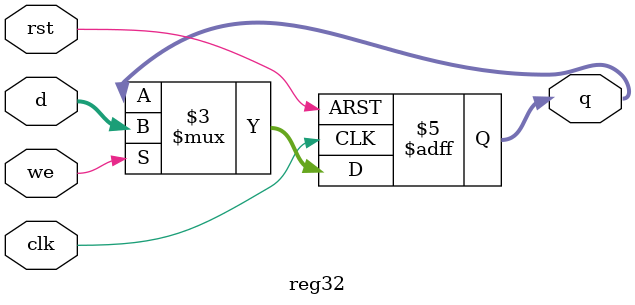
<source format=v>
`timescale 1ns / 1ps


module reg32 (
    input wire clk,
    input wire rst,
    input wire we,          // Write enable signal
    input wire [31:0] d,
    output reg [31:0] q
);

    // Always block to update register value on the positive edge of clock
    always @(posedge clk or negedge rst) begin
        if (!rst) begin
            q <= 32'b0;  // Reset the register value to 0
        end else if (we) begin
            q <= d;      // Load the input value into the register if write enable is high
        end
    end

endmodule

</source>
